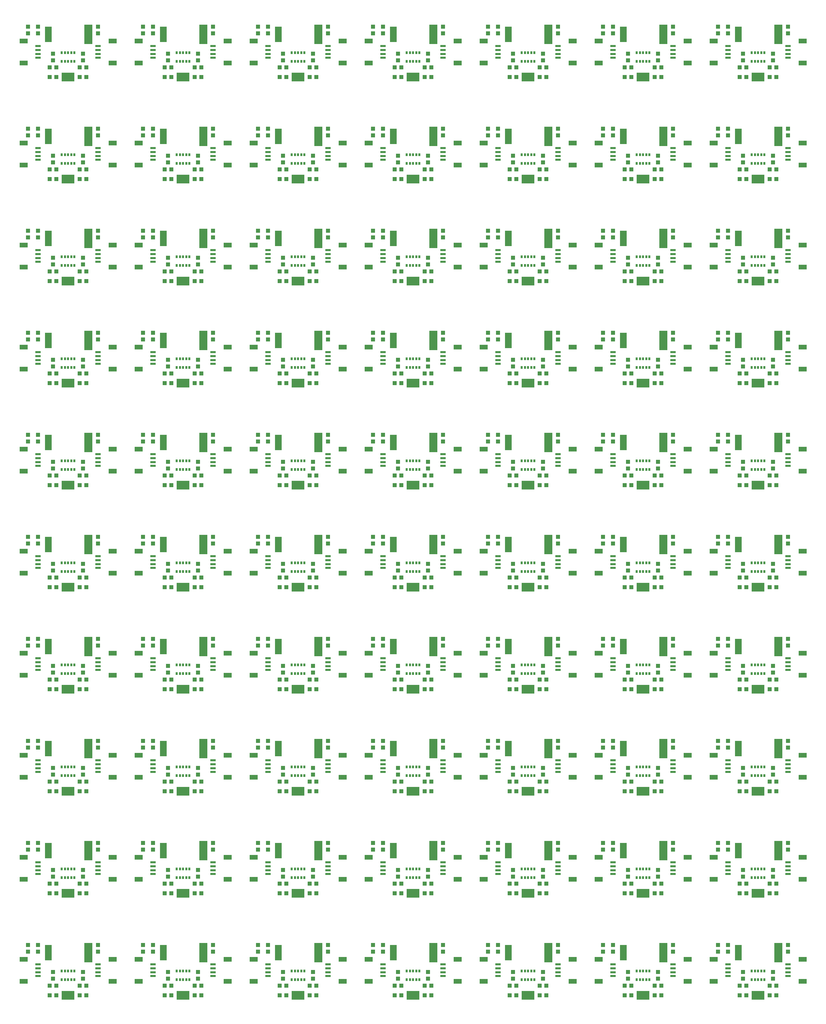
<source format=gtp>
G75*
%MOIN*%
%OFA0B0*%
%FSLAX25Y25*%
%IPPOS*%
%LPD*%
%AMOC8*
5,1,8,0,0,1.08239X$1,22.5*
%
%ADD10R,0.07874X0.04724*%
%ADD11R,0.05315X0.02362*%
%ADD12R,0.04331X0.03937*%
%ADD13R,0.13000X0.08800*%
%ADD14R,0.07874X0.19685*%
%ADD15R,0.06693X0.15748*%
%ADD16R,0.01969X0.03150*%
%ADD17R,0.03937X0.04331*%
D10*
X0047031Y0067476D03*
X0047031Y0089524D03*
X0047031Y0169476D03*
X0047031Y0191524D03*
X0047031Y0271476D03*
X0047031Y0293524D03*
X0047031Y0373476D03*
X0047031Y0395524D03*
X0047031Y0475476D03*
X0047031Y0497524D03*
X0047031Y0577476D03*
X0047031Y0599524D03*
X0047031Y0679476D03*
X0047031Y0701524D03*
X0047031Y0781476D03*
X0047031Y0803524D03*
X0047031Y0883476D03*
X0047031Y0905524D03*
X0047031Y0985476D03*
X0047031Y1007524D03*
X0135969Y1007524D03*
X0135969Y0985476D03*
X0162031Y0985476D03*
X0162031Y1007524D03*
X0162031Y0905524D03*
X0162031Y0883476D03*
X0135969Y0883476D03*
X0135969Y0905524D03*
X0135969Y0803524D03*
X0135969Y0781476D03*
X0162031Y0781476D03*
X0162031Y0803524D03*
X0162031Y0701524D03*
X0162031Y0679476D03*
X0135969Y0679476D03*
X0135969Y0701524D03*
X0135969Y0599524D03*
X0135969Y0577476D03*
X0162031Y0577476D03*
X0162031Y0599524D03*
X0162031Y0497524D03*
X0162031Y0475476D03*
X0135969Y0475476D03*
X0135969Y0497524D03*
X0135969Y0395524D03*
X0135969Y0373476D03*
X0162031Y0373476D03*
X0162031Y0395524D03*
X0162031Y0293524D03*
X0162031Y0271476D03*
X0135969Y0271476D03*
X0135969Y0293524D03*
X0135969Y0191524D03*
X0135969Y0169476D03*
X0162031Y0169476D03*
X0162031Y0191524D03*
X0162031Y0089524D03*
X0162031Y0067476D03*
X0135969Y0067476D03*
X0135969Y0089524D03*
X0250969Y0089524D03*
X0250969Y0067476D03*
X0277031Y0067476D03*
X0277031Y0089524D03*
X0277031Y0169476D03*
X0277031Y0191524D03*
X0250969Y0191524D03*
X0250969Y0169476D03*
X0250969Y0271476D03*
X0250969Y0293524D03*
X0277031Y0293524D03*
X0277031Y0271476D03*
X0277031Y0373476D03*
X0277031Y0395524D03*
X0250969Y0395524D03*
X0250969Y0373476D03*
X0250969Y0475476D03*
X0250969Y0497524D03*
X0277031Y0497524D03*
X0277031Y0475476D03*
X0277031Y0577476D03*
X0277031Y0599524D03*
X0250969Y0599524D03*
X0250969Y0577476D03*
X0250969Y0679476D03*
X0250969Y0701524D03*
X0277031Y0701524D03*
X0277031Y0679476D03*
X0277031Y0781476D03*
X0277031Y0803524D03*
X0250969Y0803524D03*
X0250969Y0781476D03*
X0250969Y0883476D03*
X0250969Y0905524D03*
X0277031Y0905524D03*
X0277031Y0883476D03*
X0277031Y0985476D03*
X0277031Y1007524D03*
X0250969Y1007524D03*
X0250969Y0985476D03*
X0365969Y0985476D03*
X0365969Y1007524D03*
X0392031Y1007524D03*
X0392031Y0985476D03*
X0392031Y0905524D03*
X0392031Y0883476D03*
X0365969Y0883476D03*
X0365969Y0905524D03*
X0365969Y0803524D03*
X0365969Y0781476D03*
X0392031Y0781476D03*
X0392031Y0803524D03*
X0392031Y0701524D03*
X0392031Y0679476D03*
X0365969Y0679476D03*
X0365969Y0701524D03*
X0365969Y0599524D03*
X0365969Y0577476D03*
X0392031Y0577476D03*
X0392031Y0599524D03*
X0392031Y0497524D03*
X0392031Y0475476D03*
X0365969Y0475476D03*
X0365969Y0497524D03*
X0365969Y0395524D03*
X0365969Y0373476D03*
X0392031Y0373476D03*
X0392031Y0395524D03*
X0392031Y0293524D03*
X0392031Y0271476D03*
X0365969Y0271476D03*
X0365969Y0293524D03*
X0365969Y0191524D03*
X0365969Y0169476D03*
X0392031Y0169476D03*
X0392031Y0191524D03*
X0392031Y0089524D03*
X0392031Y0067476D03*
X0365969Y0067476D03*
X0365969Y0089524D03*
X0480969Y0089524D03*
X0480969Y0067476D03*
X0507031Y0067476D03*
X0507031Y0089524D03*
X0507031Y0169476D03*
X0507031Y0191524D03*
X0480969Y0191524D03*
X0480969Y0169476D03*
X0480969Y0271476D03*
X0480969Y0293524D03*
X0507031Y0293524D03*
X0507031Y0271476D03*
X0507031Y0373476D03*
X0507031Y0395524D03*
X0480969Y0395524D03*
X0480969Y0373476D03*
X0480969Y0475476D03*
X0480969Y0497524D03*
X0507031Y0497524D03*
X0507031Y0475476D03*
X0507031Y0577476D03*
X0507031Y0599524D03*
X0480969Y0599524D03*
X0480969Y0577476D03*
X0480969Y0679476D03*
X0480969Y0701524D03*
X0507031Y0701524D03*
X0507031Y0679476D03*
X0507031Y0781476D03*
X0507031Y0803524D03*
X0480969Y0803524D03*
X0480969Y0781476D03*
X0480969Y0883476D03*
X0480969Y0905524D03*
X0507031Y0905524D03*
X0507031Y0883476D03*
X0507031Y0985476D03*
X0507031Y1007524D03*
X0480969Y1007524D03*
X0480969Y0985476D03*
X0595969Y0985476D03*
X0595969Y1007524D03*
X0622031Y1007524D03*
X0622031Y0985476D03*
X0622031Y0905524D03*
X0622031Y0883476D03*
X0595969Y0883476D03*
X0595969Y0905524D03*
X0595969Y0803524D03*
X0595969Y0781476D03*
X0622031Y0781476D03*
X0622031Y0803524D03*
X0622031Y0701524D03*
X0622031Y0679476D03*
X0595969Y0679476D03*
X0595969Y0701524D03*
X0595969Y0599524D03*
X0595969Y0577476D03*
X0622031Y0577476D03*
X0622031Y0599524D03*
X0622031Y0497524D03*
X0622031Y0475476D03*
X0595969Y0475476D03*
X0595969Y0497524D03*
X0595969Y0395524D03*
X0595969Y0373476D03*
X0622031Y0373476D03*
X0622031Y0395524D03*
X0622031Y0293524D03*
X0622031Y0271476D03*
X0595969Y0271476D03*
X0595969Y0293524D03*
X0595969Y0191524D03*
X0595969Y0169476D03*
X0622031Y0169476D03*
X0622031Y0191524D03*
X0622031Y0089524D03*
X0622031Y0067476D03*
X0595969Y0067476D03*
X0595969Y0089524D03*
X0710969Y0089524D03*
X0710969Y0067476D03*
X0737031Y0067476D03*
X0737031Y0089524D03*
X0737031Y0169476D03*
X0737031Y0191524D03*
X0710969Y0191524D03*
X0710969Y0169476D03*
X0710969Y0271476D03*
X0710969Y0293524D03*
X0737031Y0293524D03*
X0737031Y0271476D03*
X0737031Y0373476D03*
X0737031Y0395524D03*
X0710969Y0395524D03*
X0710969Y0373476D03*
X0710969Y0475476D03*
X0710969Y0497524D03*
X0737031Y0497524D03*
X0737031Y0475476D03*
X0737031Y0577476D03*
X0737031Y0599524D03*
X0710969Y0599524D03*
X0710969Y0577476D03*
X0710969Y0679476D03*
X0710969Y0701524D03*
X0737031Y0701524D03*
X0737031Y0679476D03*
X0737031Y0781476D03*
X0737031Y0803524D03*
X0710969Y0803524D03*
X0710969Y0781476D03*
X0710969Y0883476D03*
X0710969Y0905524D03*
X0737031Y0905524D03*
X0737031Y0883476D03*
X0737031Y0985476D03*
X0737031Y1007524D03*
X0710969Y1007524D03*
X0710969Y0985476D03*
X0825969Y0985476D03*
X0825969Y1007524D03*
X0825969Y0905524D03*
X0825969Y0883476D03*
X0825969Y0803524D03*
X0825969Y0781476D03*
X0825969Y0701524D03*
X0825969Y0679476D03*
X0825969Y0599524D03*
X0825969Y0577476D03*
X0825969Y0497524D03*
X0825969Y0475476D03*
X0825969Y0395524D03*
X0825969Y0373476D03*
X0825969Y0293524D03*
X0825969Y0271476D03*
X0825969Y0191524D03*
X0825969Y0169476D03*
X0825969Y0089524D03*
X0825969Y0067476D03*
D11*
X0811500Y0072594D03*
X0811500Y0076531D03*
X0811500Y0080469D03*
X0811500Y0084406D03*
X0751500Y0084406D03*
X0751500Y0080469D03*
X0751500Y0076531D03*
X0751500Y0072594D03*
X0696500Y0072594D03*
X0696500Y0076531D03*
X0696500Y0080469D03*
X0696500Y0084406D03*
X0636500Y0084406D03*
X0636500Y0080469D03*
X0636500Y0076531D03*
X0636500Y0072594D03*
X0581500Y0072594D03*
X0581500Y0076531D03*
X0581500Y0080469D03*
X0581500Y0084406D03*
X0521500Y0084406D03*
X0521500Y0080469D03*
X0521500Y0076531D03*
X0521500Y0072594D03*
X0466500Y0072594D03*
X0466500Y0076531D03*
X0466500Y0080469D03*
X0466500Y0084406D03*
X0406500Y0084406D03*
X0406500Y0080469D03*
X0406500Y0076531D03*
X0406500Y0072594D03*
X0351500Y0072594D03*
X0351500Y0076531D03*
X0351500Y0080469D03*
X0351500Y0084406D03*
X0291500Y0084406D03*
X0291500Y0080469D03*
X0291500Y0076531D03*
X0291500Y0072594D03*
X0236500Y0072594D03*
X0236500Y0076531D03*
X0236500Y0080469D03*
X0236500Y0084406D03*
X0176500Y0084406D03*
X0176500Y0080469D03*
X0176500Y0076531D03*
X0176500Y0072594D03*
X0121500Y0072594D03*
X0121500Y0076531D03*
X0121500Y0080469D03*
X0121500Y0084406D03*
X0061500Y0084406D03*
X0061500Y0080469D03*
X0061500Y0076531D03*
X0061500Y0072594D03*
X0061500Y0174594D03*
X0061500Y0178531D03*
X0061500Y0182469D03*
X0061500Y0186406D03*
X0121500Y0186406D03*
X0121500Y0182469D03*
X0121500Y0178531D03*
X0121500Y0174594D03*
X0176500Y0174594D03*
X0176500Y0178531D03*
X0176500Y0182469D03*
X0176500Y0186406D03*
X0236500Y0186406D03*
X0236500Y0182469D03*
X0236500Y0178531D03*
X0236500Y0174594D03*
X0291500Y0174594D03*
X0291500Y0178531D03*
X0291500Y0182469D03*
X0291500Y0186406D03*
X0351500Y0186406D03*
X0351500Y0182469D03*
X0351500Y0178531D03*
X0351500Y0174594D03*
X0406500Y0174594D03*
X0406500Y0178531D03*
X0406500Y0182469D03*
X0406500Y0186406D03*
X0466500Y0186406D03*
X0466500Y0182469D03*
X0466500Y0178531D03*
X0466500Y0174594D03*
X0521500Y0174594D03*
X0521500Y0178531D03*
X0521500Y0182469D03*
X0521500Y0186406D03*
X0581500Y0186406D03*
X0581500Y0182469D03*
X0581500Y0178531D03*
X0581500Y0174594D03*
X0636500Y0174594D03*
X0636500Y0178531D03*
X0636500Y0182469D03*
X0636500Y0186406D03*
X0696500Y0186406D03*
X0696500Y0182469D03*
X0696500Y0178531D03*
X0696500Y0174594D03*
X0751500Y0174594D03*
X0751500Y0178531D03*
X0751500Y0182469D03*
X0751500Y0186406D03*
X0811500Y0186406D03*
X0811500Y0182469D03*
X0811500Y0178531D03*
X0811500Y0174594D03*
X0811500Y0276594D03*
X0811500Y0280531D03*
X0811500Y0284469D03*
X0811500Y0288406D03*
X0751500Y0288406D03*
X0751500Y0284469D03*
X0751500Y0280531D03*
X0751500Y0276594D03*
X0696500Y0276594D03*
X0696500Y0280531D03*
X0696500Y0284469D03*
X0696500Y0288406D03*
X0636500Y0288406D03*
X0636500Y0284469D03*
X0636500Y0280531D03*
X0636500Y0276594D03*
X0581500Y0276594D03*
X0581500Y0280531D03*
X0581500Y0284469D03*
X0581500Y0288406D03*
X0521500Y0288406D03*
X0521500Y0284469D03*
X0521500Y0280531D03*
X0521500Y0276594D03*
X0466500Y0276594D03*
X0466500Y0280531D03*
X0466500Y0284469D03*
X0466500Y0288406D03*
X0406500Y0288406D03*
X0406500Y0284469D03*
X0406500Y0280531D03*
X0406500Y0276594D03*
X0351500Y0276594D03*
X0351500Y0280531D03*
X0351500Y0284469D03*
X0351500Y0288406D03*
X0291500Y0288406D03*
X0291500Y0284469D03*
X0291500Y0280531D03*
X0291500Y0276594D03*
X0236500Y0276594D03*
X0236500Y0280531D03*
X0236500Y0284469D03*
X0236500Y0288406D03*
X0176500Y0288406D03*
X0176500Y0284469D03*
X0176500Y0280531D03*
X0176500Y0276594D03*
X0121500Y0276594D03*
X0121500Y0280531D03*
X0121500Y0284469D03*
X0121500Y0288406D03*
X0061500Y0288406D03*
X0061500Y0284469D03*
X0061500Y0280531D03*
X0061500Y0276594D03*
X0061500Y0378594D03*
X0061500Y0382531D03*
X0061500Y0386469D03*
X0061500Y0390406D03*
X0121500Y0390406D03*
X0121500Y0386469D03*
X0121500Y0382531D03*
X0121500Y0378594D03*
X0176500Y0378594D03*
X0176500Y0382531D03*
X0176500Y0386469D03*
X0176500Y0390406D03*
X0236500Y0390406D03*
X0236500Y0386469D03*
X0236500Y0382531D03*
X0236500Y0378594D03*
X0291500Y0378594D03*
X0291500Y0382531D03*
X0291500Y0386469D03*
X0291500Y0390406D03*
X0351500Y0390406D03*
X0351500Y0386469D03*
X0351500Y0382531D03*
X0351500Y0378594D03*
X0406500Y0378594D03*
X0406500Y0382531D03*
X0406500Y0386469D03*
X0406500Y0390406D03*
X0466500Y0390406D03*
X0466500Y0386469D03*
X0466500Y0382531D03*
X0466500Y0378594D03*
X0521500Y0378594D03*
X0521500Y0382531D03*
X0521500Y0386469D03*
X0521500Y0390406D03*
X0581500Y0390406D03*
X0581500Y0386469D03*
X0581500Y0382531D03*
X0581500Y0378594D03*
X0636500Y0378594D03*
X0636500Y0382531D03*
X0636500Y0386469D03*
X0636500Y0390406D03*
X0696500Y0390406D03*
X0696500Y0386469D03*
X0696500Y0382531D03*
X0696500Y0378594D03*
X0751500Y0378594D03*
X0751500Y0382531D03*
X0751500Y0386469D03*
X0751500Y0390406D03*
X0811500Y0390406D03*
X0811500Y0386469D03*
X0811500Y0382531D03*
X0811500Y0378594D03*
X0811500Y0480594D03*
X0811500Y0484531D03*
X0811500Y0488469D03*
X0811500Y0492406D03*
X0751500Y0492406D03*
X0751500Y0488469D03*
X0751500Y0484531D03*
X0751500Y0480594D03*
X0696500Y0480594D03*
X0696500Y0484531D03*
X0696500Y0488469D03*
X0696500Y0492406D03*
X0636500Y0492406D03*
X0636500Y0488469D03*
X0636500Y0484531D03*
X0636500Y0480594D03*
X0581500Y0480594D03*
X0581500Y0484531D03*
X0581500Y0488469D03*
X0581500Y0492406D03*
X0521500Y0492406D03*
X0521500Y0488469D03*
X0521500Y0484531D03*
X0521500Y0480594D03*
X0466500Y0480594D03*
X0466500Y0484531D03*
X0466500Y0488469D03*
X0466500Y0492406D03*
X0406500Y0492406D03*
X0406500Y0488469D03*
X0406500Y0484531D03*
X0406500Y0480594D03*
X0351500Y0480594D03*
X0351500Y0484531D03*
X0351500Y0488469D03*
X0351500Y0492406D03*
X0291500Y0492406D03*
X0291500Y0488469D03*
X0291500Y0484531D03*
X0291500Y0480594D03*
X0236500Y0480594D03*
X0236500Y0484531D03*
X0236500Y0488469D03*
X0236500Y0492406D03*
X0176500Y0492406D03*
X0176500Y0488469D03*
X0176500Y0484531D03*
X0176500Y0480594D03*
X0121500Y0480594D03*
X0121500Y0484531D03*
X0121500Y0488469D03*
X0121500Y0492406D03*
X0061500Y0492406D03*
X0061500Y0488469D03*
X0061500Y0484531D03*
X0061500Y0480594D03*
X0061500Y0582594D03*
X0061500Y0586531D03*
X0061500Y0590469D03*
X0061500Y0594406D03*
X0121500Y0594406D03*
X0121500Y0590469D03*
X0121500Y0586531D03*
X0121500Y0582594D03*
X0176500Y0582594D03*
X0176500Y0586531D03*
X0176500Y0590469D03*
X0176500Y0594406D03*
X0236500Y0594406D03*
X0236500Y0590469D03*
X0236500Y0586531D03*
X0236500Y0582594D03*
X0291500Y0582594D03*
X0291500Y0586531D03*
X0291500Y0590469D03*
X0291500Y0594406D03*
X0351500Y0594406D03*
X0351500Y0590469D03*
X0351500Y0586531D03*
X0351500Y0582594D03*
X0406500Y0582594D03*
X0406500Y0586531D03*
X0406500Y0590469D03*
X0406500Y0594406D03*
X0466500Y0594406D03*
X0466500Y0590469D03*
X0466500Y0586531D03*
X0466500Y0582594D03*
X0521500Y0582594D03*
X0521500Y0586531D03*
X0521500Y0590469D03*
X0521500Y0594406D03*
X0581500Y0594406D03*
X0581500Y0590469D03*
X0581500Y0586531D03*
X0581500Y0582594D03*
X0636500Y0582594D03*
X0636500Y0586531D03*
X0636500Y0590469D03*
X0636500Y0594406D03*
X0696500Y0594406D03*
X0696500Y0590469D03*
X0696500Y0586531D03*
X0696500Y0582594D03*
X0751500Y0582594D03*
X0751500Y0586531D03*
X0751500Y0590469D03*
X0751500Y0594406D03*
X0811500Y0594406D03*
X0811500Y0590469D03*
X0811500Y0586531D03*
X0811500Y0582594D03*
X0811500Y0684594D03*
X0811500Y0688531D03*
X0811500Y0692469D03*
X0811500Y0696406D03*
X0751500Y0696406D03*
X0751500Y0692469D03*
X0751500Y0688531D03*
X0751500Y0684594D03*
X0696500Y0684594D03*
X0696500Y0688531D03*
X0696500Y0692469D03*
X0696500Y0696406D03*
X0636500Y0696406D03*
X0636500Y0692469D03*
X0636500Y0688531D03*
X0636500Y0684594D03*
X0581500Y0684594D03*
X0581500Y0688531D03*
X0581500Y0692469D03*
X0581500Y0696406D03*
X0521500Y0696406D03*
X0521500Y0692469D03*
X0521500Y0688531D03*
X0521500Y0684594D03*
X0466500Y0684594D03*
X0466500Y0688531D03*
X0466500Y0692469D03*
X0466500Y0696406D03*
X0406500Y0696406D03*
X0406500Y0692469D03*
X0406500Y0688531D03*
X0406500Y0684594D03*
X0351500Y0684594D03*
X0351500Y0688531D03*
X0351500Y0692469D03*
X0351500Y0696406D03*
X0291500Y0696406D03*
X0291500Y0692469D03*
X0291500Y0688531D03*
X0291500Y0684594D03*
X0236500Y0684594D03*
X0236500Y0688531D03*
X0236500Y0692469D03*
X0236500Y0696406D03*
X0176500Y0696406D03*
X0176500Y0692469D03*
X0176500Y0688531D03*
X0176500Y0684594D03*
X0121500Y0684594D03*
X0121500Y0688531D03*
X0121500Y0692469D03*
X0121500Y0696406D03*
X0061500Y0696406D03*
X0061500Y0692469D03*
X0061500Y0688531D03*
X0061500Y0684594D03*
X0061500Y0786594D03*
X0061500Y0790531D03*
X0061500Y0794469D03*
X0061500Y0798406D03*
X0121500Y0798406D03*
X0121500Y0794469D03*
X0121500Y0790531D03*
X0121500Y0786594D03*
X0176500Y0786594D03*
X0176500Y0790531D03*
X0176500Y0794469D03*
X0176500Y0798406D03*
X0236500Y0798406D03*
X0236500Y0794469D03*
X0236500Y0790531D03*
X0236500Y0786594D03*
X0291500Y0786594D03*
X0291500Y0790531D03*
X0291500Y0794469D03*
X0291500Y0798406D03*
X0351500Y0798406D03*
X0351500Y0794469D03*
X0351500Y0790531D03*
X0351500Y0786594D03*
X0406500Y0786594D03*
X0406500Y0790531D03*
X0406500Y0794469D03*
X0406500Y0798406D03*
X0466500Y0798406D03*
X0466500Y0794469D03*
X0466500Y0790531D03*
X0466500Y0786594D03*
X0521500Y0786594D03*
X0521500Y0790531D03*
X0521500Y0794469D03*
X0521500Y0798406D03*
X0581500Y0798406D03*
X0581500Y0794469D03*
X0581500Y0790531D03*
X0581500Y0786594D03*
X0636500Y0786594D03*
X0636500Y0790531D03*
X0636500Y0794469D03*
X0636500Y0798406D03*
X0696500Y0798406D03*
X0696500Y0794469D03*
X0696500Y0790531D03*
X0696500Y0786594D03*
X0751500Y0786594D03*
X0751500Y0790531D03*
X0751500Y0794469D03*
X0751500Y0798406D03*
X0811500Y0798406D03*
X0811500Y0794469D03*
X0811500Y0790531D03*
X0811500Y0786594D03*
X0811500Y0888594D03*
X0811500Y0892531D03*
X0811500Y0896469D03*
X0811500Y0900406D03*
X0751500Y0900406D03*
X0751500Y0896469D03*
X0751500Y0892531D03*
X0751500Y0888594D03*
X0696500Y0888594D03*
X0696500Y0892531D03*
X0696500Y0896469D03*
X0696500Y0900406D03*
X0636500Y0900406D03*
X0636500Y0896469D03*
X0636500Y0892531D03*
X0636500Y0888594D03*
X0581500Y0888594D03*
X0581500Y0892531D03*
X0581500Y0896469D03*
X0581500Y0900406D03*
X0521500Y0900406D03*
X0521500Y0896469D03*
X0521500Y0892531D03*
X0521500Y0888594D03*
X0466500Y0888594D03*
X0466500Y0892531D03*
X0466500Y0896469D03*
X0466500Y0900406D03*
X0406500Y0900406D03*
X0406500Y0896469D03*
X0406500Y0892531D03*
X0406500Y0888594D03*
X0351500Y0888594D03*
X0351500Y0892531D03*
X0351500Y0896469D03*
X0351500Y0900406D03*
X0291500Y0900406D03*
X0291500Y0896469D03*
X0291500Y0892531D03*
X0291500Y0888594D03*
X0236500Y0888594D03*
X0236500Y0892531D03*
X0236500Y0896469D03*
X0236500Y0900406D03*
X0176500Y0900406D03*
X0176500Y0896469D03*
X0176500Y0892531D03*
X0176500Y0888594D03*
X0121500Y0888594D03*
X0121500Y0892531D03*
X0121500Y0896469D03*
X0121500Y0900406D03*
X0061500Y0900406D03*
X0061500Y0896469D03*
X0061500Y0892531D03*
X0061500Y0888594D03*
X0061500Y0990594D03*
X0061500Y0994531D03*
X0061500Y0998469D03*
X0061500Y1002406D03*
X0121500Y1002406D03*
X0121500Y0998469D03*
X0121500Y0994531D03*
X0121500Y0990594D03*
X0176500Y0990594D03*
X0176500Y0994531D03*
X0176500Y0998469D03*
X0176500Y1002406D03*
X0236500Y1002406D03*
X0236500Y0998469D03*
X0236500Y0994531D03*
X0236500Y0990594D03*
X0291500Y0990594D03*
X0291500Y0994531D03*
X0291500Y0998469D03*
X0291500Y1002406D03*
X0351500Y1002406D03*
X0351500Y0998469D03*
X0351500Y0994531D03*
X0351500Y0990594D03*
X0406500Y0990594D03*
X0406500Y0994531D03*
X0406500Y0998469D03*
X0406500Y1002406D03*
X0466500Y1002406D03*
X0466500Y0998469D03*
X0466500Y0994531D03*
X0466500Y0990594D03*
X0521500Y0990594D03*
X0521500Y0994531D03*
X0521500Y0998469D03*
X0521500Y1002406D03*
X0581500Y1002406D03*
X0581500Y0998469D03*
X0581500Y0994531D03*
X0581500Y0990594D03*
X0636500Y0990594D03*
X0636500Y0994531D03*
X0636500Y0998469D03*
X0636500Y1002406D03*
X0696500Y1002406D03*
X0696500Y0998469D03*
X0696500Y0994531D03*
X0696500Y0990594D03*
X0751500Y0990594D03*
X0751500Y0994531D03*
X0751500Y0998469D03*
X0751500Y1002406D03*
X0811500Y1002406D03*
X0811500Y0998469D03*
X0811500Y0994531D03*
X0811500Y0990594D03*
D12*
X0799846Y0981000D03*
X0793154Y0981000D03*
X0793154Y0971500D03*
X0799846Y0971500D03*
X0769846Y0971500D03*
X0763154Y0971500D03*
X0763154Y0981000D03*
X0769846Y0981000D03*
X0684846Y0981000D03*
X0678154Y0981000D03*
X0678154Y0971500D03*
X0684846Y0971500D03*
X0654846Y0971500D03*
X0648154Y0971500D03*
X0648154Y0981000D03*
X0654846Y0981000D03*
X0569846Y0981000D03*
X0563154Y0981000D03*
X0563154Y0971500D03*
X0569846Y0971500D03*
X0539846Y0971500D03*
X0533154Y0971500D03*
X0533154Y0981000D03*
X0539846Y0981000D03*
X0454846Y0981000D03*
X0448154Y0981000D03*
X0448154Y0971500D03*
X0454846Y0971500D03*
X0424846Y0971500D03*
X0418154Y0971500D03*
X0418154Y0981000D03*
X0424846Y0981000D03*
X0339846Y0981000D03*
X0333154Y0981000D03*
X0333154Y0971500D03*
X0339846Y0971500D03*
X0309846Y0971500D03*
X0303154Y0971500D03*
X0303154Y0981000D03*
X0309846Y0981000D03*
X0224846Y0981000D03*
X0218154Y0981000D03*
X0218154Y0971500D03*
X0224846Y0971500D03*
X0194846Y0971500D03*
X0188154Y0971500D03*
X0188154Y0981000D03*
X0194846Y0981000D03*
X0109846Y0981000D03*
X0103154Y0981000D03*
X0103154Y0971500D03*
X0109846Y0971500D03*
X0079846Y0971500D03*
X0073154Y0971500D03*
X0073154Y0981000D03*
X0079846Y0981000D03*
X0079846Y0879000D03*
X0073154Y0879000D03*
X0073154Y0869500D03*
X0079846Y0869500D03*
X0103154Y0869500D03*
X0109846Y0869500D03*
X0109846Y0879000D03*
X0103154Y0879000D03*
X0103154Y0777000D03*
X0109846Y0777000D03*
X0109846Y0767500D03*
X0103154Y0767500D03*
X0079846Y0767500D03*
X0073154Y0767500D03*
X0073154Y0777000D03*
X0079846Y0777000D03*
X0079846Y0675000D03*
X0073154Y0675000D03*
X0073154Y0665500D03*
X0079846Y0665500D03*
X0103154Y0665500D03*
X0109846Y0665500D03*
X0109846Y0675000D03*
X0103154Y0675000D03*
X0103154Y0573000D03*
X0109846Y0573000D03*
X0109846Y0563500D03*
X0103154Y0563500D03*
X0079846Y0563500D03*
X0073154Y0563500D03*
X0073154Y0573000D03*
X0079846Y0573000D03*
X0079846Y0471000D03*
X0073154Y0471000D03*
X0073154Y0461500D03*
X0079846Y0461500D03*
X0103154Y0461500D03*
X0109846Y0461500D03*
X0109846Y0471000D03*
X0103154Y0471000D03*
X0103154Y0369000D03*
X0109846Y0369000D03*
X0109846Y0359500D03*
X0103154Y0359500D03*
X0079846Y0359500D03*
X0073154Y0359500D03*
X0073154Y0369000D03*
X0079846Y0369000D03*
X0079846Y0267000D03*
X0073154Y0267000D03*
X0073154Y0257500D03*
X0079846Y0257500D03*
X0103154Y0257500D03*
X0109846Y0257500D03*
X0109846Y0267000D03*
X0103154Y0267000D03*
X0103154Y0165000D03*
X0109846Y0165000D03*
X0109846Y0155500D03*
X0103154Y0155500D03*
X0079846Y0155500D03*
X0073154Y0155500D03*
X0073154Y0165000D03*
X0079846Y0165000D03*
X0079846Y0063000D03*
X0073154Y0063000D03*
X0073154Y0053500D03*
X0079846Y0053500D03*
X0103154Y0053500D03*
X0109846Y0053500D03*
X0109846Y0063000D03*
X0103154Y0063000D03*
X0188154Y0063000D03*
X0194846Y0063000D03*
X0194846Y0053500D03*
X0188154Y0053500D03*
X0218154Y0053500D03*
X0224846Y0053500D03*
X0224846Y0063000D03*
X0218154Y0063000D03*
X0218154Y0155500D03*
X0224846Y0155500D03*
X0224846Y0165000D03*
X0218154Y0165000D03*
X0194846Y0165000D03*
X0188154Y0165000D03*
X0188154Y0155500D03*
X0194846Y0155500D03*
X0194846Y0257500D03*
X0188154Y0257500D03*
X0188154Y0267000D03*
X0194846Y0267000D03*
X0218154Y0267000D03*
X0224846Y0267000D03*
X0224846Y0257500D03*
X0218154Y0257500D03*
X0303154Y0257500D03*
X0309846Y0257500D03*
X0309846Y0267000D03*
X0303154Y0267000D03*
X0333154Y0267000D03*
X0339846Y0267000D03*
X0339846Y0257500D03*
X0333154Y0257500D03*
X0333154Y0165000D03*
X0339846Y0165000D03*
X0339846Y0155500D03*
X0333154Y0155500D03*
X0309846Y0155500D03*
X0303154Y0155500D03*
X0303154Y0165000D03*
X0309846Y0165000D03*
X0309846Y0063000D03*
X0303154Y0063000D03*
X0303154Y0053500D03*
X0309846Y0053500D03*
X0333154Y0053500D03*
X0339846Y0053500D03*
X0339846Y0063000D03*
X0333154Y0063000D03*
X0418154Y0063000D03*
X0424846Y0063000D03*
X0424846Y0053500D03*
X0418154Y0053500D03*
X0448154Y0053500D03*
X0454846Y0053500D03*
X0454846Y0063000D03*
X0448154Y0063000D03*
X0448154Y0155500D03*
X0454846Y0155500D03*
X0454846Y0165000D03*
X0448154Y0165000D03*
X0424846Y0165000D03*
X0418154Y0165000D03*
X0418154Y0155500D03*
X0424846Y0155500D03*
X0424846Y0257500D03*
X0418154Y0257500D03*
X0418154Y0267000D03*
X0424846Y0267000D03*
X0448154Y0267000D03*
X0454846Y0267000D03*
X0454846Y0257500D03*
X0448154Y0257500D03*
X0533154Y0257500D03*
X0539846Y0257500D03*
X0539846Y0267000D03*
X0533154Y0267000D03*
X0563154Y0267000D03*
X0569846Y0267000D03*
X0569846Y0257500D03*
X0563154Y0257500D03*
X0563154Y0165000D03*
X0569846Y0165000D03*
X0569846Y0155500D03*
X0563154Y0155500D03*
X0539846Y0155500D03*
X0533154Y0155500D03*
X0533154Y0165000D03*
X0539846Y0165000D03*
X0539846Y0063000D03*
X0533154Y0063000D03*
X0533154Y0053500D03*
X0539846Y0053500D03*
X0563154Y0053500D03*
X0569846Y0053500D03*
X0569846Y0063000D03*
X0563154Y0063000D03*
X0648154Y0063000D03*
X0654846Y0063000D03*
X0654846Y0053500D03*
X0648154Y0053500D03*
X0678154Y0053500D03*
X0684846Y0053500D03*
X0684846Y0063000D03*
X0678154Y0063000D03*
X0678154Y0155500D03*
X0684846Y0155500D03*
X0684846Y0165000D03*
X0678154Y0165000D03*
X0654846Y0165000D03*
X0648154Y0165000D03*
X0648154Y0155500D03*
X0654846Y0155500D03*
X0654846Y0257500D03*
X0648154Y0257500D03*
X0648154Y0267000D03*
X0654846Y0267000D03*
X0678154Y0267000D03*
X0684846Y0267000D03*
X0684846Y0257500D03*
X0678154Y0257500D03*
X0763154Y0257500D03*
X0769846Y0257500D03*
X0769846Y0267000D03*
X0763154Y0267000D03*
X0793154Y0267000D03*
X0799846Y0267000D03*
X0799846Y0257500D03*
X0793154Y0257500D03*
X0793154Y0165000D03*
X0799846Y0165000D03*
X0799846Y0155500D03*
X0793154Y0155500D03*
X0769846Y0155500D03*
X0763154Y0155500D03*
X0763154Y0165000D03*
X0769846Y0165000D03*
X0769846Y0063000D03*
X0763154Y0063000D03*
X0763154Y0053500D03*
X0769846Y0053500D03*
X0793154Y0053500D03*
X0799846Y0053500D03*
X0799846Y0063000D03*
X0793154Y0063000D03*
X0793154Y0359500D03*
X0799846Y0359500D03*
X0799846Y0369000D03*
X0793154Y0369000D03*
X0769846Y0369000D03*
X0763154Y0369000D03*
X0763154Y0359500D03*
X0769846Y0359500D03*
X0769846Y0461500D03*
X0763154Y0461500D03*
X0763154Y0471000D03*
X0769846Y0471000D03*
X0793154Y0471000D03*
X0799846Y0471000D03*
X0799846Y0461500D03*
X0793154Y0461500D03*
X0793154Y0563500D03*
X0799846Y0563500D03*
X0799846Y0573000D03*
X0793154Y0573000D03*
X0769846Y0573000D03*
X0763154Y0573000D03*
X0763154Y0563500D03*
X0769846Y0563500D03*
X0769846Y0665500D03*
X0763154Y0665500D03*
X0763154Y0675000D03*
X0769846Y0675000D03*
X0793154Y0675000D03*
X0799846Y0675000D03*
X0799846Y0665500D03*
X0793154Y0665500D03*
X0793154Y0767500D03*
X0799846Y0767500D03*
X0799846Y0777000D03*
X0793154Y0777000D03*
X0769846Y0777000D03*
X0763154Y0777000D03*
X0763154Y0767500D03*
X0769846Y0767500D03*
X0769846Y0869500D03*
X0763154Y0869500D03*
X0763154Y0879000D03*
X0769846Y0879000D03*
X0793154Y0879000D03*
X0799846Y0879000D03*
X0799846Y0869500D03*
X0793154Y0869500D03*
X0684846Y0869500D03*
X0678154Y0869500D03*
X0678154Y0879000D03*
X0684846Y0879000D03*
X0654846Y0879000D03*
X0648154Y0879000D03*
X0648154Y0869500D03*
X0654846Y0869500D03*
X0654846Y0777000D03*
X0648154Y0777000D03*
X0648154Y0767500D03*
X0654846Y0767500D03*
X0678154Y0767500D03*
X0684846Y0767500D03*
X0684846Y0777000D03*
X0678154Y0777000D03*
X0678154Y0675000D03*
X0684846Y0675000D03*
X0684846Y0665500D03*
X0678154Y0665500D03*
X0654846Y0665500D03*
X0648154Y0665500D03*
X0648154Y0675000D03*
X0654846Y0675000D03*
X0654846Y0573000D03*
X0648154Y0573000D03*
X0648154Y0563500D03*
X0654846Y0563500D03*
X0678154Y0563500D03*
X0684846Y0563500D03*
X0684846Y0573000D03*
X0678154Y0573000D03*
X0678154Y0471000D03*
X0684846Y0471000D03*
X0684846Y0461500D03*
X0678154Y0461500D03*
X0654846Y0461500D03*
X0648154Y0461500D03*
X0648154Y0471000D03*
X0654846Y0471000D03*
X0654846Y0369000D03*
X0648154Y0369000D03*
X0648154Y0359500D03*
X0654846Y0359500D03*
X0678154Y0359500D03*
X0684846Y0359500D03*
X0684846Y0369000D03*
X0678154Y0369000D03*
X0569846Y0369000D03*
X0563154Y0369000D03*
X0563154Y0359500D03*
X0569846Y0359500D03*
X0539846Y0359500D03*
X0533154Y0359500D03*
X0533154Y0369000D03*
X0539846Y0369000D03*
X0539846Y0461500D03*
X0533154Y0461500D03*
X0533154Y0471000D03*
X0539846Y0471000D03*
X0563154Y0471000D03*
X0569846Y0471000D03*
X0569846Y0461500D03*
X0563154Y0461500D03*
X0563154Y0563500D03*
X0569846Y0563500D03*
X0569846Y0573000D03*
X0563154Y0573000D03*
X0539846Y0573000D03*
X0533154Y0573000D03*
X0533154Y0563500D03*
X0539846Y0563500D03*
X0454846Y0563500D03*
X0448154Y0563500D03*
X0448154Y0573000D03*
X0454846Y0573000D03*
X0424846Y0573000D03*
X0418154Y0573000D03*
X0418154Y0563500D03*
X0424846Y0563500D03*
X0424846Y0471000D03*
X0418154Y0471000D03*
X0418154Y0461500D03*
X0424846Y0461500D03*
X0448154Y0461500D03*
X0454846Y0461500D03*
X0454846Y0471000D03*
X0448154Y0471000D03*
X0448154Y0369000D03*
X0454846Y0369000D03*
X0454846Y0359500D03*
X0448154Y0359500D03*
X0424846Y0359500D03*
X0418154Y0359500D03*
X0418154Y0369000D03*
X0424846Y0369000D03*
X0339846Y0369000D03*
X0333154Y0369000D03*
X0333154Y0359500D03*
X0339846Y0359500D03*
X0309846Y0359500D03*
X0303154Y0359500D03*
X0303154Y0369000D03*
X0309846Y0369000D03*
X0309846Y0461500D03*
X0303154Y0461500D03*
X0303154Y0471000D03*
X0309846Y0471000D03*
X0333154Y0471000D03*
X0339846Y0471000D03*
X0339846Y0461500D03*
X0333154Y0461500D03*
X0333154Y0563500D03*
X0339846Y0563500D03*
X0339846Y0573000D03*
X0333154Y0573000D03*
X0309846Y0573000D03*
X0303154Y0573000D03*
X0303154Y0563500D03*
X0309846Y0563500D03*
X0309846Y0665500D03*
X0303154Y0665500D03*
X0303154Y0675000D03*
X0309846Y0675000D03*
X0333154Y0675000D03*
X0339846Y0675000D03*
X0339846Y0665500D03*
X0333154Y0665500D03*
X0418154Y0665500D03*
X0424846Y0665500D03*
X0424846Y0675000D03*
X0418154Y0675000D03*
X0448154Y0675000D03*
X0454846Y0675000D03*
X0454846Y0665500D03*
X0448154Y0665500D03*
X0533154Y0665500D03*
X0539846Y0665500D03*
X0539846Y0675000D03*
X0533154Y0675000D03*
X0563154Y0675000D03*
X0569846Y0675000D03*
X0569846Y0665500D03*
X0563154Y0665500D03*
X0563154Y0767500D03*
X0569846Y0767500D03*
X0569846Y0777000D03*
X0563154Y0777000D03*
X0539846Y0777000D03*
X0533154Y0777000D03*
X0533154Y0767500D03*
X0539846Y0767500D03*
X0454846Y0767500D03*
X0448154Y0767500D03*
X0448154Y0777000D03*
X0454846Y0777000D03*
X0424846Y0777000D03*
X0418154Y0777000D03*
X0418154Y0767500D03*
X0424846Y0767500D03*
X0424846Y0869500D03*
X0418154Y0869500D03*
X0418154Y0879000D03*
X0424846Y0879000D03*
X0448154Y0879000D03*
X0454846Y0879000D03*
X0454846Y0869500D03*
X0448154Y0869500D03*
X0533154Y0869500D03*
X0539846Y0869500D03*
X0539846Y0879000D03*
X0533154Y0879000D03*
X0563154Y0879000D03*
X0569846Y0879000D03*
X0569846Y0869500D03*
X0563154Y0869500D03*
X0339846Y0869500D03*
X0333154Y0869500D03*
X0333154Y0879000D03*
X0339846Y0879000D03*
X0309846Y0879000D03*
X0303154Y0879000D03*
X0303154Y0869500D03*
X0309846Y0869500D03*
X0309846Y0777000D03*
X0303154Y0777000D03*
X0303154Y0767500D03*
X0309846Y0767500D03*
X0333154Y0767500D03*
X0339846Y0767500D03*
X0339846Y0777000D03*
X0333154Y0777000D03*
X0224846Y0777000D03*
X0218154Y0777000D03*
X0218154Y0767500D03*
X0224846Y0767500D03*
X0194846Y0767500D03*
X0188154Y0767500D03*
X0188154Y0777000D03*
X0194846Y0777000D03*
X0194846Y0869500D03*
X0188154Y0869500D03*
X0188154Y0879000D03*
X0194846Y0879000D03*
X0218154Y0879000D03*
X0224846Y0879000D03*
X0224846Y0869500D03*
X0218154Y0869500D03*
X0218154Y0675000D03*
X0224846Y0675000D03*
X0224846Y0665500D03*
X0218154Y0665500D03*
X0194846Y0665500D03*
X0188154Y0665500D03*
X0188154Y0675000D03*
X0194846Y0675000D03*
X0194846Y0573000D03*
X0188154Y0573000D03*
X0188154Y0563500D03*
X0194846Y0563500D03*
X0218154Y0563500D03*
X0224846Y0563500D03*
X0224846Y0573000D03*
X0218154Y0573000D03*
X0218154Y0471000D03*
X0224846Y0471000D03*
X0224846Y0461500D03*
X0218154Y0461500D03*
X0194846Y0461500D03*
X0188154Y0461500D03*
X0188154Y0471000D03*
X0194846Y0471000D03*
X0194846Y0369000D03*
X0188154Y0369000D03*
X0188154Y0359500D03*
X0194846Y0359500D03*
X0218154Y0359500D03*
X0224846Y0359500D03*
X0224846Y0369000D03*
X0218154Y0369000D03*
D13*
X0206500Y0359500D03*
X0206500Y0461500D03*
X0206500Y0563500D03*
X0206500Y0665500D03*
X0206500Y0767500D03*
X0206500Y0869500D03*
X0206500Y0971500D03*
X0091500Y0971500D03*
X0091500Y0869500D03*
X0091500Y0767500D03*
X0091500Y0665500D03*
X0091500Y0563500D03*
X0091500Y0461500D03*
X0091500Y0359500D03*
X0091500Y0257500D03*
X0091500Y0155500D03*
X0091500Y0053500D03*
X0206500Y0053500D03*
X0206500Y0155500D03*
X0206500Y0257500D03*
X0321500Y0257500D03*
X0321500Y0155500D03*
X0321500Y0053500D03*
X0436500Y0053500D03*
X0436500Y0155500D03*
X0436500Y0257500D03*
X0436500Y0359500D03*
X0436500Y0461500D03*
X0436500Y0563500D03*
X0436500Y0665500D03*
X0436500Y0767500D03*
X0436500Y0869500D03*
X0436500Y0971500D03*
X0551500Y0971500D03*
X0551500Y0869500D03*
X0551500Y0767500D03*
X0551500Y0665500D03*
X0551500Y0563500D03*
X0551500Y0461500D03*
X0551500Y0359500D03*
X0551500Y0257500D03*
X0551500Y0155500D03*
X0551500Y0053500D03*
X0666500Y0053500D03*
X0666500Y0155500D03*
X0666500Y0257500D03*
X0666500Y0359500D03*
X0666500Y0461500D03*
X0666500Y0563500D03*
X0666500Y0665500D03*
X0666500Y0767500D03*
X0666500Y0869500D03*
X0666500Y0971500D03*
X0781500Y0971500D03*
X0781500Y0869500D03*
X0781500Y0767500D03*
X0781500Y0665500D03*
X0781500Y0563500D03*
X0781500Y0461500D03*
X0781500Y0359500D03*
X0781500Y0257500D03*
X0781500Y0155500D03*
X0781500Y0053500D03*
X0321500Y0359500D03*
X0321500Y0461500D03*
X0321500Y0563500D03*
X0321500Y0665500D03*
X0321500Y0767500D03*
X0321500Y0869500D03*
X0321500Y0971500D03*
D14*
X0341776Y1014000D03*
X0341776Y0912000D03*
X0341776Y0810000D03*
X0341776Y0708000D03*
X0341776Y0606000D03*
X0341776Y0504000D03*
X0341776Y0402000D03*
X0341776Y0300000D03*
X0341776Y0198000D03*
X0341776Y0096000D03*
X0456776Y0096000D03*
X0456776Y0198000D03*
X0456776Y0300000D03*
X0456776Y0402000D03*
X0456776Y0504000D03*
X0456776Y0606000D03*
X0456776Y0708000D03*
X0456776Y0810000D03*
X0456776Y0912000D03*
X0456776Y1014000D03*
X0571776Y1014000D03*
X0571776Y0912000D03*
X0571776Y0810000D03*
X0571776Y0708000D03*
X0571776Y0606000D03*
X0571776Y0504000D03*
X0571776Y0402000D03*
X0571776Y0300000D03*
X0571776Y0198000D03*
X0571776Y0096000D03*
X0686776Y0096000D03*
X0686776Y0198000D03*
X0686776Y0300000D03*
X0686776Y0402000D03*
X0686776Y0504000D03*
X0686776Y0606000D03*
X0686776Y0708000D03*
X0686776Y0810000D03*
X0686776Y0912000D03*
X0686776Y1014000D03*
X0801776Y1014000D03*
X0801776Y0912000D03*
X0801776Y0810000D03*
X0801776Y0708000D03*
X0801776Y0606000D03*
X0801776Y0504000D03*
X0801776Y0402000D03*
X0801776Y0300000D03*
X0801776Y0198000D03*
X0801776Y0096000D03*
X0226776Y0096000D03*
X0226776Y0198000D03*
X0226776Y0300000D03*
X0226776Y0402000D03*
X0226776Y0504000D03*
X0226776Y0606000D03*
X0226776Y0708000D03*
X0226776Y0810000D03*
X0226776Y0912000D03*
X0226776Y1014000D03*
X0111776Y1014000D03*
X0111776Y0912000D03*
X0111776Y0810000D03*
X0111776Y0708000D03*
X0111776Y0606000D03*
X0111776Y0504000D03*
X0111776Y0402000D03*
X0111776Y0300000D03*
X0111776Y0198000D03*
X0111776Y0096000D03*
D15*
X0071815Y0096000D03*
X0071815Y0198000D03*
X0071815Y0300000D03*
X0071815Y0402000D03*
X0071815Y0504000D03*
X0071815Y0606000D03*
X0071815Y0708000D03*
X0071815Y0810000D03*
X0071815Y0912000D03*
X0071815Y1014000D03*
X0186815Y1014000D03*
X0186815Y0912000D03*
X0186815Y0810000D03*
X0186815Y0708000D03*
X0186815Y0606000D03*
X0186815Y0504000D03*
X0186815Y0402000D03*
X0186815Y0300000D03*
X0186815Y0198000D03*
X0186815Y0096000D03*
X0301815Y0096000D03*
X0301815Y0198000D03*
X0301815Y0300000D03*
X0301815Y0402000D03*
X0301815Y0504000D03*
X0301815Y0606000D03*
X0301815Y0708000D03*
X0301815Y0810000D03*
X0301815Y0912000D03*
X0301815Y1014000D03*
X0416815Y1014000D03*
X0416815Y0912000D03*
X0416815Y0810000D03*
X0416815Y0708000D03*
X0416815Y0606000D03*
X0416815Y0504000D03*
X0416815Y0402000D03*
X0416815Y0300000D03*
X0416815Y0198000D03*
X0416815Y0096000D03*
X0531815Y0096000D03*
X0531815Y0198000D03*
X0531815Y0300000D03*
X0531815Y0402000D03*
X0531815Y0504000D03*
X0531815Y0606000D03*
X0531815Y0708000D03*
X0531815Y0810000D03*
X0531815Y0912000D03*
X0531815Y1014000D03*
X0646815Y1014000D03*
X0646815Y0912000D03*
X0646815Y0810000D03*
X0646815Y0708000D03*
X0646815Y0606000D03*
X0646815Y0504000D03*
X0646815Y0402000D03*
X0646815Y0300000D03*
X0646815Y0198000D03*
X0646815Y0096000D03*
X0761815Y0096000D03*
X0761815Y0198000D03*
X0761815Y0300000D03*
X0761815Y0402000D03*
X0761815Y0504000D03*
X0761815Y0606000D03*
X0761815Y0708000D03*
X0761815Y0810000D03*
X0761815Y0912000D03*
X0761815Y1014000D03*
D16*
X0775201Y0995831D03*
X0778350Y0995831D03*
X0781500Y0995831D03*
X0784650Y0995831D03*
X0787799Y0995831D03*
X0787799Y0987169D03*
X0784650Y0987169D03*
X0781500Y0987169D03*
X0778350Y0987169D03*
X0775201Y0987169D03*
X0775201Y0893831D03*
X0778350Y0893831D03*
X0781500Y0893831D03*
X0784650Y0893831D03*
X0787799Y0893831D03*
X0787799Y0885169D03*
X0784650Y0885169D03*
X0781500Y0885169D03*
X0778350Y0885169D03*
X0775201Y0885169D03*
X0775201Y0791831D03*
X0778350Y0791831D03*
X0781500Y0791831D03*
X0784650Y0791831D03*
X0787799Y0791831D03*
X0787799Y0783169D03*
X0784650Y0783169D03*
X0781500Y0783169D03*
X0778350Y0783169D03*
X0775201Y0783169D03*
X0775201Y0689831D03*
X0778350Y0689831D03*
X0781500Y0689831D03*
X0784650Y0689831D03*
X0787799Y0689831D03*
X0787799Y0681169D03*
X0784650Y0681169D03*
X0781500Y0681169D03*
X0778350Y0681169D03*
X0775201Y0681169D03*
X0775201Y0587831D03*
X0778350Y0587831D03*
X0781500Y0587831D03*
X0784650Y0587831D03*
X0787799Y0587831D03*
X0787799Y0579169D03*
X0784650Y0579169D03*
X0781500Y0579169D03*
X0778350Y0579169D03*
X0775201Y0579169D03*
X0775201Y0485831D03*
X0778350Y0485831D03*
X0781500Y0485831D03*
X0784650Y0485831D03*
X0787799Y0485831D03*
X0787799Y0477169D03*
X0784650Y0477169D03*
X0781500Y0477169D03*
X0778350Y0477169D03*
X0775201Y0477169D03*
X0775201Y0383831D03*
X0778350Y0383831D03*
X0781500Y0383831D03*
X0784650Y0383831D03*
X0787799Y0383831D03*
X0787799Y0375169D03*
X0784650Y0375169D03*
X0781500Y0375169D03*
X0778350Y0375169D03*
X0775201Y0375169D03*
X0775201Y0281831D03*
X0778350Y0281831D03*
X0781500Y0281831D03*
X0784650Y0281831D03*
X0787799Y0281831D03*
X0787799Y0273169D03*
X0784650Y0273169D03*
X0781500Y0273169D03*
X0778350Y0273169D03*
X0775201Y0273169D03*
X0775201Y0179831D03*
X0778350Y0179831D03*
X0781500Y0179831D03*
X0784650Y0179831D03*
X0787799Y0179831D03*
X0787799Y0171169D03*
X0784650Y0171169D03*
X0781500Y0171169D03*
X0778350Y0171169D03*
X0775201Y0171169D03*
X0775201Y0077831D03*
X0778350Y0077831D03*
X0781500Y0077831D03*
X0784650Y0077831D03*
X0787799Y0077831D03*
X0787799Y0069169D03*
X0784650Y0069169D03*
X0781500Y0069169D03*
X0778350Y0069169D03*
X0775201Y0069169D03*
X0672799Y0069169D03*
X0669650Y0069169D03*
X0666500Y0069169D03*
X0663350Y0069169D03*
X0660201Y0069169D03*
X0660201Y0077831D03*
X0663350Y0077831D03*
X0666500Y0077831D03*
X0669650Y0077831D03*
X0672799Y0077831D03*
X0672799Y0171169D03*
X0669650Y0171169D03*
X0666500Y0171169D03*
X0663350Y0171169D03*
X0660201Y0171169D03*
X0660201Y0179831D03*
X0663350Y0179831D03*
X0666500Y0179831D03*
X0669650Y0179831D03*
X0672799Y0179831D03*
X0672799Y0273169D03*
X0669650Y0273169D03*
X0666500Y0273169D03*
X0663350Y0273169D03*
X0660201Y0273169D03*
X0660201Y0281831D03*
X0663350Y0281831D03*
X0666500Y0281831D03*
X0669650Y0281831D03*
X0672799Y0281831D03*
X0672799Y0375169D03*
X0669650Y0375169D03*
X0666500Y0375169D03*
X0663350Y0375169D03*
X0660201Y0375169D03*
X0660201Y0383831D03*
X0663350Y0383831D03*
X0666500Y0383831D03*
X0669650Y0383831D03*
X0672799Y0383831D03*
X0672799Y0477169D03*
X0669650Y0477169D03*
X0666500Y0477169D03*
X0663350Y0477169D03*
X0660201Y0477169D03*
X0660201Y0485831D03*
X0663350Y0485831D03*
X0666500Y0485831D03*
X0669650Y0485831D03*
X0672799Y0485831D03*
X0672799Y0579169D03*
X0669650Y0579169D03*
X0666500Y0579169D03*
X0663350Y0579169D03*
X0660201Y0579169D03*
X0660201Y0587831D03*
X0663350Y0587831D03*
X0666500Y0587831D03*
X0669650Y0587831D03*
X0672799Y0587831D03*
X0672799Y0681169D03*
X0669650Y0681169D03*
X0666500Y0681169D03*
X0663350Y0681169D03*
X0660201Y0681169D03*
X0660201Y0689831D03*
X0663350Y0689831D03*
X0666500Y0689831D03*
X0669650Y0689831D03*
X0672799Y0689831D03*
X0672799Y0783169D03*
X0669650Y0783169D03*
X0666500Y0783169D03*
X0663350Y0783169D03*
X0660201Y0783169D03*
X0660201Y0791831D03*
X0663350Y0791831D03*
X0666500Y0791831D03*
X0669650Y0791831D03*
X0672799Y0791831D03*
X0672799Y0885169D03*
X0669650Y0885169D03*
X0666500Y0885169D03*
X0663350Y0885169D03*
X0660201Y0885169D03*
X0660201Y0893831D03*
X0663350Y0893831D03*
X0666500Y0893831D03*
X0669650Y0893831D03*
X0672799Y0893831D03*
X0672799Y0987169D03*
X0669650Y0987169D03*
X0666500Y0987169D03*
X0663350Y0987169D03*
X0660201Y0987169D03*
X0660201Y0995831D03*
X0663350Y0995831D03*
X0666500Y0995831D03*
X0669650Y0995831D03*
X0672799Y0995831D03*
X0557799Y0995831D03*
X0554650Y0995831D03*
X0551500Y0995831D03*
X0548350Y0995831D03*
X0545201Y0995831D03*
X0545201Y0987169D03*
X0548350Y0987169D03*
X0551500Y0987169D03*
X0554650Y0987169D03*
X0557799Y0987169D03*
X0557799Y0893831D03*
X0554650Y0893831D03*
X0551500Y0893831D03*
X0548350Y0893831D03*
X0545201Y0893831D03*
X0545201Y0885169D03*
X0548350Y0885169D03*
X0551500Y0885169D03*
X0554650Y0885169D03*
X0557799Y0885169D03*
X0557799Y0791831D03*
X0554650Y0791831D03*
X0551500Y0791831D03*
X0548350Y0791831D03*
X0545201Y0791831D03*
X0545201Y0783169D03*
X0548350Y0783169D03*
X0551500Y0783169D03*
X0554650Y0783169D03*
X0557799Y0783169D03*
X0557799Y0689831D03*
X0554650Y0689831D03*
X0551500Y0689831D03*
X0548350Y0689831D03*
X0545201Y0689831D03*
X0545201Y0681169D03*
X0548350Y0681169D03*
X0551500Y0681169D03*
X0554650Y0681169D03*
X0557799Y0681169D03*
X0557799Y0587831D03*
X0554650Y0587831D03*
X0551500Y0587831D03*
X0548350Y0587831D03*
X0545201Y0587831D03*
X0545201Y0579169D03*
X0548350Y0579169D03*
X0551500Y0579169D03*
X0554650Y0579169D03*
X0557799Y0579169D03*
X0557799Y0485831D03*
X0554650Y0485831D03*
X0551500Y0485831D03*
X0548350Y0485831D03*
X0545201Y0485831D03*
X0545201Y0477169D03*
X0548350Y0477169D03*
X0551500Y0477169D03*
X0554650Y0477169D03*
X0557799Y0477169D03*
X0557799Y0383831D03*
X0554650Y0383831D03*
X0551500Y0383831D03*
X0548350Y0383831D03*
X0545201Y0383831D03*
X0545201Y0375169D03*
X0548350Y0375169D03*
X0551500Y0375169D03*
X0554650Y0375169D03*
X0557799Y0375169D03*
X0557799Y0281831D03*
X0554650Y0281831D03*
X0551500Y0281831D03*
X0548350Y0281831D03*
X0545201Y0281831D03*
X0545201Y0273169D03*
X0548350Y0273169D03*
X0551500Y0273169D03*
X0554650Y0273169D03*
X0557799Y0273169D03*
X0557799Y0179831D03*
X0554650Y0179831D03*
X0551500Y0179831D03*
X0548350Y0179831D03*
X0545201Y0179831D03*
X0545201Y0171169D03*
X0548350Y0171169D03*
X0551500Y0171169D03*
X0554650Y0171169D03*
X0557799Y0171169D03*
X0557799Y0077831D03*
X0554650Y0077831D03*
X0551500Y0077831D03*
X0548350Y0077831D03*
X0545201Y0077831D03*
X0545201Y0069169D03*
X0548350Y0069169D03*
X0551500Y0069169D03*
X0554650Y0069169D03*
X0557799Y0069169D03*
X0442799Y0069169D03*
X0439650Y0069169D03*
X0436500Y0069169D03*
X0433350Y0069169D03*
X0430201Y0069169D03*
X0430201Y0077831D03*
X0433350Y0077831D03*
X0436500Y0077831D03*
X0439650Y0077831D03*
X0442799Y0077831D03*
X0442799Y0171169D03*
X0439650Y0171169D03*
X0436500Y0171169D03*
X0433350Y0171169D03*
X0430201Y0171169D03*
X0430201Y0179831D03*
X0433350Y0179831D03*
X0436500Y0179831D03*
X0439650Y0179831D03*
X0442799Y0179831D03*
X0442799Y0273169D03*
X0439650Y0273169D03*
X0436500Y0273169D03*
X0433350Y0273169D03*
X0430201Y0273169D03*
X0430201Y0281831D03*
X0433350Y0281831D03*
X0436500Y0281831D03*
X0439650Y0281831D03*
X0442799Y0281831D03*
X0442799Y0375169D03*
X0439650Y0375169D03*
X0436500Y0375169D03*
X0433350Y0375169D03*
X0430201Y0375169D03*
X0430201Y0383831D03*
X0433350Y0383831D03*
X0436500Y0383831D03*
X0439650Y0383831D03*
X0442799Y0383831D03*
X0442799Y0477169D03*
X0439650Y0477169D03*
X0436500Y0477169D03*
X0433350Y0477169D03*
X0430201Y0477169D03*
X0430201Y0485831D03*
X0433350Y0485831D03*
X0436500Y0485831D03*
X0439650Y0485831D03*
X0442799Y0485831D03*
X0442799Y0579169D03*
X0439650Y0579169D03*
X0436500Y0579169D03*
X0433350Y0579169D03*
X0430201Y0579169D03*
X0430201Y0587831D03*
X0433350Y0587831D03*
X0436500Y0587831D03*
X0439650Y0587831D03*
X0442799Y0587831D03*
X0442799Y0681169D03*
X0439650Y0681169D03*
X0436500Y0681169D03*
X0433350Y0681169D03*
X0430201Y0681169D03*
X0430201Y0689831D03*
X0433350Y0689831D03*
X0436500Y0689831D03*
X0439650Y0689831D03*
X0442799Y0689831D03*
X0442799Y0783169D03*
X0439650Y0783169D03*
X0436500Y0783169D03*
X0433350Y0783169D03*
X0430201Y0783169D03*
X0430201Y0791831D03*
X0433350Y0791831D03*
X0436500Y0791831D03*
X0439650Y0791831D03*
X0442799Y0791831D03*
X0442799Y0885169D03*
X0439650Y0885169D03*
X0436500Y0885169D03*
X0433350Y0885169D03*
X0430201Y0885169D03*
X0430201Y0893831D03*
X0433350Y0893831D03*
X0436500Y0893831D03*
X0439650Y0893831D03*
X0442799Y0893831D03*
X0442799Y0987169D03*
X0439650Y0987169D03*
X0436500Y0987169D03*
X0433350Y0987169D03*
X0430201Y0987169D03*
X0430201Y0995831D03*
X0433350Y0995831D03*
X0436500Y0995831D03*
X0439650Y0995831D03*
X0442799Y0995831D03*
X0327799Y0995831D03*
X0324650Y0995831D03*
X0321500Y0995831D03*
X0318350Y0995831D03*
X0315201Y0995831D03*
X0315201Y0987169D03*
X0318350Y0987169D03*
X0321500Y0987169D03*
X0324650Y0987169D03*
X0327799Y0987169D03*
X0327799Y0893831D03*
X0324650Y0893831D03*
X0321500Y0893831D03*
X0318350Y0893831D03*
X0315201Y0893831D03*
X0315201Y0885169D03*
X0318350Y0885169D03*
X0321500Y0885169D03*
X0324650Y0885169D03*
X0327799Y0885169D03*
X0327799Y0791831D03*
X0324650Y0791831D03*
X0321500Y0791831D03*
X0318350Y0791831D03*
X0315201Y0791831D03*
X0315201Y0783169D03*
X0318350Y0783169D03*
X0321500Y0783169D03*
X0324650Y0783169D03*
X0327799Y0783169D03*
X0327799Y0689831D03*
X0324650Y0689831D03*
X0321500Y0689831D03*
X0318350Y0689831D03*
X0315201Y0689831D03*
X0315201Y0681169D03*
X0318350Y0681169D03*
X0321500Y0681169D03*
X0324650Y0681169D03*
X0327799Y0681169D03*
X0327799Y0587831D03*
X0324650Y0587831D03*
X0321500Y0587831D03*
X0318350Y0587831D03*
X0315201Y0587831D03*
X0315201Y0579169D03*
X0318350Y0579169D03*
X0321500Y0579169D03*
X0324650Y0579169D03*
X0327799Y0579169D03*
X0327799Y0485831D03*
X0324650Y0485831D03*
X0321500Y0485831D03*
X0318350Y0485831D03*
X0315201Y0485831D03*
X0315201Y0477169D03*
X0318350Y0477169D03*
X0321500Y0477169D03*
X0324650Y0477169D03*
X0327799Y0477169D03*
X0327799Y0383831D03*
X0324650Y0383831D03*
X0321500Y0383831D03*
X0318350Y0383831D03*
X0315201Y0383831D03*
X0315201Y0375169D03*
X0318350Y0375169D03*
X0321500Y0375169D03*
X0324650Y0375169D03*
X0327799Y0375169D03*
X0327799Y0281831D03*
X0324650Y0281831D03*
X0321500Y0281831D03*
X0318350Y0281831D03*
X0315201Y0281831D03*
X0315201Y0273169D03*
X0318350Y0273169D03*
X0321500Y0273169D03*
X0324650Y0273169D03*
X0327799Y0273169D03*
X0327799Y0179831D03*
X0324650Y0179831D03*
X0321500Y0179831D03*
X0318350Y0179831D03*
X0315201Y0179831D03*
X0315201Y0171169D03*
X0318350Y0171169D03*
X0321500Y0171169D03*
X0324650Y0171169D03*
X0327799Y0171169D03*
X0327799Y0077831D03*
X0324650Y0077831D03*
X0321500Y0077831D03*
X0318350Y0077831D03*
X0315201Y0077831D03*
X0315201Y0069169D03*
X0318350Y0069169D03*
X0321500Y0069169D03*
X0324650Y0069169D03*
X0327799Y0069169D03*
X0212799Y0069169D03*
X0209650Y0069169D03*
X0206500Y0069169D03*
X0203350Y0069169D03*
X0200201Y0069169D03*
X0200201Y0077831D03*
X0203350Y0077831D03*
X0206500Y0077831D03*
X0209650Y0077831D03*
X0212799Y0077831D03*
X0212799Y0171169D03*
X0209650Y0171169D03*
X0206500Y0171169D03*
X0203350Y0171169D03*
X0200201Y0171169D03*
X0200201Y0179831D03*
X0203350Y0179831D03*
X0206500Y0179831D03*
X0209650Y0179831D03*
X0212799Y0179831D03*
X0212799Y0273169D03*
X0209650Y0273169D03*
X0206500Y0273169D03*
X0203350Y0273169D03*
X0200201Y0273169D03*
X0200201Y0281831D03*
X0203350Y0281831D03*
X0206500Y0281831D03*
X0209650Y0281831D03*
X0212799Y0281831D03*
X0212799Y0375169D03*
X0209650Y0375169D03*
X0206500Y0375169D03*
X0203350Y0375169D03*
X0200201Y0375169D03*
X0200201Y0383831D03*
X0203350Y0383831D03*
X0206500Y0383831D03*
X0209650Y0383831D03*
X0212799Y0383831D03*
X0212799Y0477169D03*
X0209650Y0477169D03*
X0206500Y0477169D03*
X0203350Y0477169D03*
X0200201Y0477169D03*
X0200201Y0485831D03*
X0203350Y0485831D03*
X0206500Y0485831D03*
X0209650Y0485831D03*
X0212799Y0485831D03*
X0212799Y0579169D03*
X0209650Y0579169D03*
X0206500Y0579169D03*
X0203350Y0579169D03*
X0200201Y0579169D03*
X0200201Y0587831D03*
X0203350Y0587831D03*
X0206500Y0587831D03*
X0209650Y0587831D03*
X0212799Y0587831D03*
X0212799Y0681169D03*
X0209650Y0681169D03*
X0206500Y0681169D03*
X0203350Y0681169D03*
X0200201Y0681169D03*
X0200201Y0689831D03*
X0203350Y0689831D03*
X0206500Y0689831D03*
X0209650Y0689831D03*
X0212799Y0689831D03*
X0212799Y0783169D03*
X0209650Y0783169D03*
X0206500Y0783169D03*
X0203350Y0783169D03*
X0200201Y0783169D03*
X0200201Y0791831D03*
X0203350Y0791831D03*
X0206500Y0791831D03*
X0209650Y0791831D03*
X0212799Y0791831D03*
X0212799Y0885169D03*
X0209650Y0885169D03*
X0206500Y0885169D03*
X0203350Y0885169D03*
X0200201Y0885169D03*
X0200201Y0893831D03*
X0203350Y0893831D03*
X0206500Y0893831D03*
X0209650Y0893831D03*
X0212799Y0893831D03*
X0212799Y0987169D03*
X0209650Y0987169D03*
X0206500Y0987169D03*
X0203350Y0987169D03*
X0200201Y0987169D03*
X0200201Y0995831D03*
X0203350Y0995831D03*
X0206500Y0995831D03*
X0209650Y0995831D03*
X0212799Y0995831D03*
X0097799Y0995831D03*
X0094650Y0995831D03*
X0091500Y0995831D03*
X0088350Y0995831D03*
X0085201Y0995831D03*
X0085201Y0987169D03*
X0088350Y0987169D03*
X0091500Y0987169D03*
X0094650Y0987169D03*
X0097799Y0987169D03*
X0097799Y0893831D03*
X0094650Y0893831D03*
X0091500Y0893831D03*
X0088350Y0893831D03*
X0085201Y0893831D03*
X0085201Y0885169D03*
X0088350Y0885169D03*
X0091500Y0885169D03*
X0094650Y0885169D03*
X0097799Y0885169D03*
X0097799Y0791831D03*
X0094650Y0791831D03*
X0091500Y0791831D03*
X0088350Y0791831D03*
X0085201Y0791831D03*
X0085201Y0783169D03*
X0088350Y0783169D03*
X0091500Y0783169D03*
X0094650Y0783169D03*
X0097799Y0783169D03*
X0097799Y0689831D03*
X0094650Y0689831D03*
X0091500Y0689831D03*
X0088350Y0689831D03*
X0085201Y0689831D03*
X0085201Y0681169D03*
X0088350Y0681169D03*
X0091500Y0681169D03*
X0094650Y0681169D03*
X0097799Y0681169D03*
X0097799Y0587831D03*
X0094650Y0587831D03*
X0091500Y0587831D03*
X0088350Y0587831D03*
X0085201Y0587831D03*
X0085201Y0579169D03*
X0088350Y0579169D03*
X0091500Y0579169D03*
X0094650Y0579169D03*
X0097799Y0579169D03*
X0097799Y0485831D03*
X0094650Y0485831D03*
X0091500Y0485831D03*
X0088350Y0485831D03*
X0085201Y0485831D03*
X0085201Y0477169D03*
X0088350Y0477169D03*
X0091500Y0477169D03*
X0094650Y0477169D03*
X0097799Y0477169D03*
X0097799Y0383831D03*
X0094650Y0383831D03*
X0091500Y0383831D03*
X0088350Y0383831D03*
X0085201Y0383831D03*
X0085201Y0375169D03*
X0088350Y0375169D03*
X0091500Y0375169D03*
X0094650Y0375169D03*
X0097799Y0375169D03*
X0097799Y0281831D03*
X0094650Y0281831D03*
X0091500Y0281831D03*
X0088350Y0281831D03*
X0085201Y0281831D03*
X0085201Y0273169D03*
X0088350Y0273169D03*
X0091500Y0273169D03*
X0094650Y0273169D03*
X0097799Y0273169D03*
X0097799Y0179831D03*
X0094650Y0179831D03*
X0091500Y0179831D03*
X0088350Y0179831D03*
X0085201Y0179831D03*
X0085201Y0171169D03*
X0088350Y0171169D03*
X0091500Y0171169D03*
X0094650Y0171169D03*
X0097799Y0171169D03*
X0097799Y0077831D03*
X0094650Y0077831D03*
X0091500Y0077831D03*
X0088350Y0077831D03*
X0085201Y0077831D03*
X0085201Y0069169D03*
X0088350Y0069169D03*
X0091500Y0069169D03*
X0094650Y0069169D03*
X0097799Y0069169D03*
D17*
X0106500Y0070154D03*
X0106500Y0076846D03*
X0121500Y0097154D03*
X0121500Y0103846D03*
X0076500Y0076846D03*
X0076500Y0070154D03*
X0061500Y0097154D03*
X0061500Y0103846D03*
X0051500Y0103846D03*
X0051500Y0097154D03*
X0076500Y0172154D03*
X0076500Y0178846D03*
X0061500Y0199154D03*
X0061500Y0205846D03*
X0051500Y0205846D03*
X0051500Y0199154D03*
X0106500Y0178846D03*
X0106500Y0172154D03*
X0121500Y0199154D03*
X0121500Y0205846D03*
X0166500Y0205846D03*
X0166500Y0199154D03*
X0176500Y0199154D03*
X0176500Y0205846D03*
X0191500Y0178846D03*
X0191500Y0172154D03*
X0221500Y0172154D03*
X0221500Y0178846D03*
X0236500Y0199154D03*
X0236500Y0205846D03*
X0281500Y0205846D03*
X0281500Y0199154D03*
X0291500Y0199154D03*
X0291500Y0205846D03*
X0306500Y0178846D03*
X0306500Y0172154D03*
X0336500Y0172154D03*
X0336500Y0178846D03*
X0351500Y0199154D03*
X0351500Y0205846D03*
X0396500Y0205846D03*
X0396500Y0199154D03*
X0406500Y0199154D03*
X0406500Y0205846D03*
X0421500Y0178846D03*
X0421500Y0172154D03*
X0451500Y0172154D03*
X0451500Y0178846D03*
X0466500Y0199154D03*
X0466500Y0205846D03*
X0511500Y0205846D03*
X0511500Y0199154D03*
X0521500Y0199154D03*
X0521500Y0205846D03*
X0536500Y0178846D03*
X0536500Y0172154D03*
X0566500Y0172154D03*
X0566500Y0178846D03*
X0581500Y0199154D03*
X0581500Y0205846D03*
X0626500Y0205846D03*
X0626500Y0199154D03*
X0636500Y0199154D03*
X0636500Y0205846D03*
X0651500Y0178846D03*
X0651500Y0172154D03*
X0681500Y0172154D03*
X0681500Y0178846D03*
X0696500Y0199154D03*
X0696500Y0205846D03*
X0741500Y0205846D03*
X0741500Y0199154D03*
X0751500Y0199154D03*
X0751500Y0205846D03*
X0766500Y0178846D03*
X0766500Y0172154D03*
X0796500Y0172154D03*
X0796500Y0178846D03*
X0811500Y0199154D03*
X0811500Y0205846D03*
X0796500Y0274154D03*
X0796500Y0280846D03*
X0811500Y0301154D03*
X0811500Y0307846D03*
X0766500Y0280846D03*
X0766500Y0274154D03*
X0751500Y0301154D03*
X0751500Y0307846D03*
X0741500Y0307846D03*
X0741500Y0301154D03*
X0696500Y0301154D03*
X0696500Y0307846D03*
X0681500Y0280846D03*
X0681500Y0274154D03*
X0651500Y0274154D03*
X0651500Y0280846D03*
X0636500Y0301154D03*
X0636500Y0307846D03*
X0626500Y0307846D03*
X0626500Y0301154D03*
X0581500Y0301154D03*
X0581500Y0307846D03*
X0566500Y0280846D03*
X0566500Y0274154D03*
X0536500Y0274154D03*
X0536500Y0280846D03*
X0521500Y0301154D03*
X0521500Y0307846D03*
X0511500Y0307846D03*
X0511500Y0301154D03*
X0466500Y0301154D03*
X0466500Y0307846D03*
X0451500Y0280846D03*
X0451500Y0274154D03*
X0421500Y0274154D03*
X0421500Y0280846D03*
X0406500Y0301154D03*
X0406500Y0307846D03*
X0396500Y0307846D03*
X0396500Y0301154D03*
X0351500Y0301154D03*
X0351500Y0307846D03*
X0336500Y0280846D03*
X0336500Y0274154D03*
X0306500Y0274154D03*
X0306500Y0280846D03*
X0291500Y0301154D03*
X0291500Y0307846D03*
X0281500Y0307846D03*
X0281500Y0301154D03*
X0236500Y0301154D03*
X0236500Y0307846D03*
X0221500Y0280846D03*
X0221500Y0274154D03*
X0191500Y0274154D03*
X0191500Y0280846D03*
X0176500Y0301154D03*
X0176500Y0307846D03*
X0166500Y0307846D03*
X0166500Y0301154D03*
X0121500Y0301154D03*
X0121500Y0307846D03*
X0106500Y0280846D03*
X0106500Y0274154D03*
X0076500Y0274154D03*
X0076500Y0280846D03*
X0061500Y0301154D03*
X0061500Y0307846D03*
X0051500Y0307846D03*
X0051500Y0301154D03*
X0076500Y0376154D03*
X0076500Y0382846D03*
X0061500Y0403154D03*
X0061500Y0409846D03*
X0051500Y0409846D03*
X0051500Y0403154D03*
X0106500Y0382846D03*
X0106500Y0376154D03*
X0121500Y0403154D03*
X0121500Y0409846D03*
X0166500Y0409846D03*
X0166500Y0403154D03*
X0176500Y0403154D03*
X0176500Y0409846D03*
X0191500Y0382846D03*
X0191500Y0376154D03*
X0221500Y0376154D03*
X0221500Y0382846D03*
X0236500Y0403154D03*
X0236500Y0409846D03*
X0281500Y0409846D03*
X0281500Y0403154D03*
X0291500Y0403154D03*
X0291500Y0409846D03*
X0306500Y0382846D03*
X0306500Y0376154D03*
X0336500Y0376154D03*
X0336500Y0382846D03*
X0351500Y0403154D03*
X0351500Y0409846D03*
X0396500Y0409846D03*
X0396500Y0403154D03*
X0406500Y0403154D03*
X0406500Y0409846D03*
X0421500Y0382846D03*
X0421500Y0376154D03*
X0451500Y0376154D03*
X0451500Y0382846D03*
X0466500Y0403154D03*
X0466500Y0409846D03*
X0511500Y0409846D03*
X0511500Y0403154D03*
X0521500Y0403154D03*
X0521500Y0409846D03*
X0536500Y0382846D03*
X0536500Y0376154D03*
X0566500Y0376154D03*
X0566500Y0382846D03*
X0581500Y0403154D03*
X0581500Y0409846D03*
X0626500Y0409846D03*
X0626500Y0403154D03*
X0636500Y0403154D03*
X0636500Y0409846D03*
X0651500Y0382846D03*
X0651500Y0376154D03*
X0681500Y0376154D03*
X0681500Y0382846D03*
X0696500Y0403154D03*
X0696500Y0409846D03*
X0741500Y0409846D03*
X0741500Y0403154D03*
X0751500Y0403154D03*
X0751500Y0409846D03*
X0766500Y0382846D03*
X0766500Y0376154D03*
X0796500Y0376154D03*
X0796500Y0382846D03*
X0811500Y0403154D03*
X0811500Y0409846D03*
X0796500Y0478154D03*
X0796500Y0484846D03*
X0811500Y0505154D03*
X0811500Y0511846D03*
X0766500Y0484846D03*
X0766500Y0478154D03*
X0751500Y0505154D03*
X0751500Y0511846D03*
X0741500Y0511846D03*
X0741500Y0505154D03*
X0696500Y0505154D03*
X0696500Y0511846D03*
X0681500Y0484846D03*
X0681500Y0478154D03*
X0651500Y0478154D03*
X0651500Y0484846D03*
X0636500Y0505154D03*
X0636500Y0511846D03*
X0626500Y0511846D03*
X0626500Y0505154D03*
X0581500Y0505154D03*
X0581500Y0511846D03*
X0566500Y0484846D03*
X0566500Y0478154D03*
X0536500Y0478154D03*
X0536500Y0484846D03*
X0521500Y0505154D03*
X0521500Y0511846D03*
X0511500Y0511846D03*
X0511500Y0505154D03*
X0466500Y0505154D03*
X0466500Y0511846D03*
X0451500Y0484846D03*
X0451500Y0478154D03*
X0421500Y0478154D03*
X0421500Y0484846D03*
X0406500Y0505154D03*
X0406500Y0511846D03*
X0396500Y0511846D03*
X0396500Y0505154D03*
X0351500Y0505154D03*
X0351500Y0511846D03*
X0336500Y0484846D03*
X0336500Y0478154D03*
X0306500Y0478154D03*
X0306500Y0484846D03*
X0291500Y0505154D03*
X0291500Y0511846D03*
X0281500Y0511846D03*
X0281500Y0505154D03*
X0236500Y0505154D03*
X0236500Y0511846D03*
X0221500Y0484846D03*
X0221500Y0478154D03*
X0191500Y0478154D03*
X0191500Y0484846D03*
X0176500Y0505154D03*
X0176500Y0511846D03*
X0166500Y0511846D03*
X0166500Y0505154D03*
X0121500Y0505154D03*
X0121500Y0511846D03*
X0106500Y0484846D03*
X0106500Y0478154D03*
X0076500Y0478154D03*
X0076500Y0484846D03*
X0061500Y0505154D03*
X0061500Y0511846D03*
X0051500Y0511846D03*
X0051500Y0505154D03*
X0076500Y0580154D03*
X0076500Y0586846D03*
X0061500Y0607154D03*
X0061500Y0613846D03*
X0051500Y0613846D03*
X0051500Y0607154D03*
X0106500Y0586846D03*
X0106500Y0580154D03*
X0121500Y0607154D03*
X0121500Y0613846D03*
X0166500Y0613846D03*
X0166500Y0607154D03*
X0176500Y0607154D03*
X0176500Y0613846D03*
X0191500Y0586846D03*
X0191500Y0580154D03*
X0221500Y0580154D03*
X0221500Y0586846D03*
X0236500Y0607154D03*
X0236500Y0613846D03*
X0281500Y0613846D03*
X0281500Y0607154D03*
X0291500Y0607154D03*
X0291500Y0613846D03*
X0306500Y0586846D03*
X0306500Y0580154D03*
X0336500Y0580154D03*
X0336500Y0586846D03*
X0351500Y0607154D03*
X0351500Y0613846D03*
X0396500Y0613846D03*
X0396500Y0607154D03*
X0406500Y0607154D03*
X0406500Y0613846D03*
X0421500Y0586846D03*
X0421500Y0580154D03*
X0451500Y0580154D03*
X0451500Y0586846D03*
X0466500Y0607154D03*
X0466500Y0613846D03*
X0511500Y0613846D03*
X0511500Y0607154D03*
X0521500Y0607154D03*
X0521500Y0613846D03*
X0536500Y0586846D03*
X0536500Y0580154D03*
X0566500Y0580154D03*
X0566500Y0586846D03*
X0581500Y0607154D03*
X0581500Y0613846D03*
X0626500Y0613846D03*
X0626500Y0607154D03*
X0636500Y0607154D03*
X0636500Y0613846D03*
X0651500Y0586846D03*
X0651500Y0580154D03*
X0681500Y0580154D03*
X0681500Y0586846D03*
X0696500Y0607154D03*
X0696500Y0613846D03*
X0741500Y0613846D03*
X0741500Y0607154D03*
X0751500Y0607154D03*
X0751500Y0613846D03*
X0766500Y0586846D03*
X0766500Y0580154D03*
X0796500Y0580154D03*
X0796500Y0586846D03*
X0811500Y0607154D03*
X0811500Y0613846D03*
X0796500Y0682154D03*
X0796500Y0688846D03*
X0811500Y0709154D03*
X0811500Y0715846D03*
X0766500Y0688846D03*
X0766500Y0682154D03*
X0751500Y0709154D03*
X0751500Y0715846D03*
X0741500Y0715846D03*
X0741500Y0709154D03*
X0696500Y0709154D03*
X0696500Y0715846D03*
X0681500Y0688846D03*
X0681500Y0682154D03*
X0651500Y0682154D03*
X0651500Y0688846D03*
X0636500Y0709154D03*
X0636500Y0715846D03*
X0626500Y0715846D03*
X0626500Y0709154D03*
X0581500Y0709154D03*
X0581500Y0715846D03*
X0566500Y0688846D03*
X0566500Y0682154D03*
X0536500Y0682154D03*
X0536500Y0688846D03*
X0521500Y0709154D03*
X0521500Y0715846D03*
X0511500Y0715846D03*
X0511500Y0709154D03*
X0466500Y0709154D03*
X0466500Y0715846D03*
X0451500Y0688846D03*
X0451500Y0682154D03*
X0421500Y0682154D03*
X0421500Y0688846D03*
X0406500Y0709154D03*
X0406500Y0715846D03*
X0396500Y0715846D03*
X0396500Y0709154D03*
X0351500Y0709154D03*
X0351500Y0715846D03*
X0336500Y0688846D03*
X0336500Y0682154D03*
X0306500Y0682154D03*
X0306500Y0688846D03*
X0291500Y0709154D03*
X0291500Y0715846D03*
X0281500Y0715846D03*
X0281500Y0709154D03*
X0236500Y0709154D03*
X0236500Y0715846D03*
X0221500Y0688846D03*
X0221500Y0682154D03*
X0191500Y0682154D03*
X0191500Y0688846D03*
X0176500Y0709154D03*
X0176500Y0715846D03*
X0166500Y0715846D03*
X0166500Y0709154D03*
X0121500Y0709154D03*
X0121500Y0715846D03*
X0106500Y0688846D03*
X0106500Y0682154D03*
X0076500Y0682154D03*
X0076500Y0688846D03*
X0061500Y0709154D03*
X0061500Y0715846D03*
X0051500Y0715846D03*
X0051500Y0709154D03*
X0076500Y0784154D03*
X0076500Y0790846D03*
X0061500Y0811154D03*
X0061500Y0817846D03*
X0051500Y0817846D03*
X0051500Y0811154D03*
X0106500Y0790846D03*
X0106500Y0784154D03*
X0121500Y0811154D03*
X0121500Y0817846D03*
X0166500Y0817846D03*
X0166500Y0811154D03*
X0176500Y0811154D03*
X0176500Y0817846D03*
X0191500Y0790846D03*
X0191500Y0784154D03*
X0221500Y0784154D03*
X0221500Y0790846D03*
X0236500Y0811154D03*
X0236500Y0817846D03*
X0281500Y0817846D03*
X0281500Y0811154D03*
X0291500Y0811154D03*
X0291500Y0817846D03*
X0306500Y0790846D03*
X0306500Y0784154D03*
X0336500Y0784154D03*
X0336500Y0790846D03*
X0351500Y0811154D03*
X0351500Y0817846D03*
X0396500Y0817846D03*
X0396500Y0811154D03*
X0406500Y0811154D03*
X0406500Y0817846D03*
X0421500Y0790846D03*
X0421500Y0784154D03*
X0451500Y0784154D03*
X0451500Y0790846D03*
X0466500Y0811154D03*
X0466500Y0817846D03*
X0511500Y0817846D03*
X0511500Y0811154D03*
X0521500Y0811154D03*
X0521500Y0817846D03*
X0536500Y0790846D03*
X0536500Y0784154D03*
X0566500Y0784154D03*
X0566500Y0790846D03*
X0581500Y0811154D03*
X0581500Y0817846D03*
X0626500Y0817846D03*
X0626500Y0811154D03*
X0636500Y0811154D03*
X0636500Y0817846D03*
X0651500Y0790846D03*
X0651500Y0784154D03*
X0681500Y0784154D03*
X0681500Y0790846D03*
X0696500Y0811154D03*
X0696500Y0817846D03*
X0741500Y0817846D03*
X0741500Y0811154D03*
X0751500Y0811154D03*
X0751500Y0817846D03*
X0766500Y0790846D03*
X0766500Y0784154D03*
X0796500Y0784154D03*
X0796500Y0790846D03*
X0811500Y0811154D03*
X0811500Y0817846D03*
X0796500Y0886154D03*
X0796500Y0892846D03*
X0811500Y0913154D03*
X0811500Y0919846D03*
X0766500Y0892846D03*
X0766500Y0886154D03*
X0751500Y0913154D03*
X0751500Y0919846D03*
X0741500Y0919846D03*
X0741500Y0913154D03*
X0696500Y0913154D03*
X0696500Y0919846D03*
X0681500Y0892846D03*
X0681500Y0886154D03*
X0651500Y0886154D03*
X0651500Y0892846D03*
X0636500Y0913154D03*
X0636500Y0919846D03*
X0626500Y0919846D03*
X0626500Y0913154D03*
X0581500Y0913154D03*
X0581500Y0919846D03*
X0566500Y0892846D03*
X0566500Y0886154D03*
X0536500Y0886154D03*
X0536500Y0892846D03*
X0521500Y0913154D03*
X0521500Y0919846D03*
X0511500Y0919846D03*
X0511500Y0913154D03*
X0466500Y0913154D03*
X0466500Y0919846D03*
X0451500Y0892846D03*
X0451500Y0886154D03*
X0421500Y0886154D03*
X0421500Y0892846D03*
X0406500Y0913154D03*
X0406500Y0919846D03*
X0396500Y0919846D03*
X0396500Y0913154D03*
X0351500Y0913154D03*
X0351500Y0919846D03*
X0336500Y0892846D03*
X0336500Y0886154D03*
X0306500Y0886154D03*
X0306500Y0892846D03*
X0291500Y0913154D03*
X0291500Y0919846D03*
X0281500Y0919846D03*
X0281500Y0913154D03*
X0236500Y0913154D03*
X0236500Y0919846D03*
X0221500Y0892846D03*
X0221500Y0886154D03*
X0191500Y0886154D03*
X0191500Y0892846D03*
X0176500Y0913154D03*
X0176500Y0919846D03*
X0166500Y0919846D03*
X0166500Y0913154D03*
X0121500Y0913154D03*
X0121500Y0919846D03*
X0106500Y0892846D03*
X0106500Y0886154D03*
X0076500Y0886154D03*
X0076500Y0892846D03*
X0061500Y0913154D03*
X0061500Y0919846D03*
X0051500Y0919846D03*
X0051500Y0913154D03*
X0076500Y0988154D03*
X0076500Y0994846D03*
X0061500Y1015154D03*
X0061500Y1021846D03*
X0051500Y1021846D03*
X0051500Y1015154D03*
X0106500Y0994846D03*
X0106500Y0988154D03*
X0121500Y1015154D03*
X0121500Y1021846D03*
X0166500Y1021846D03*
X0166500Y1015154D03*
X0176500Y1015154D03*
X0176500Y1021846D03*
X0191500Y0994846D03*
X0191500Y0988154D03*
X0221500Y0988154D03*
X0221500Y0994846D03*
X0236500Y1015154D03*
X0236500Y1021846D03*
X0281500Y1021846D03*
X0281500Y1015154D03*
X0291500Y1015154D03*
X0291500Y1021846D03*
X0306500Y0994846D03*
X0306500Y0988154D03*
X0336500Y0988154D03*
X0336500Y0994846D03*
X0351500Y1015154D03*
X0351500Y1021846D03*
X0396500Y1021846D03*
X0396500Y1015154D03*
X0406500Y1015154D03*
X0406500Y1021846D03*
X0421500Y0994846D03*
X0421500Y0988154D03*
X0451500Y0988154D03*
X0451500Y0994846D03*
X0466500Y1015154D03*
X0466500Y1021846D03*
X0511500Y1021846D03*
X0511500Y1015154D03*
X0521500Y1015154D03*
X0521500Y1021846D03*
X0536500Y0994846D03*
X0536500Y0988154D03*
X0566500Y0988154D03*
X0566500Y0994846D03*
X0581500Y1015154D03*
X0581500Y1021846D03*
X0626500Y1021846D03*
X0626500Y1015154D03*
X0636500Y1015154D03*
X0636500Y1021846D03*
X0651500Y0994846D03*
X0651500Y0988154D03*
X0681500Y0988154D03*
X0681500Y0994846D03*
X0696500Y1015154D03*
X0696500Y1021846D03*
X0741500Y1021846D03*
X0741500Y1015154D03*
X0751500Y1015154D03*
X0751500Y1021846D03*
X0766500Y0994846D03*
X0766500Y0988154D03*
X0796500Y0988154D03*
X0796500Y0994846D03*
X0811500Y1015154D03*
X0811500Y1021846D03*
X0811500Y0103846D03*
X0811500Y0097154D03*
X0796500Y0076846D03*
X0796500Y0070154D03*
X0766500Y0070154D03*
X0766500Y0076846D03*
X0751500Y0097154D03*
X0751500Y0103846D03*
X0741500Y0103846D03*
X0741500Y0097154D03*
X0696500Y0097154D03*
X0696500Y0103846D03*
X0681500Y0076846D03*
X0681500Y0070154D03*
X0651500Y0070154D03*
X0651500Y0076846D03*
X0636500Y0097154D03*
X0636500Y0103846D03*
X0626500Y0103846D03*
X0626500Y0097154D03*
X0581500Y0097154D03*
X0581500Y0103846D03*
X0566500Y0076846D03*
X0566500Y0070154D03*
X0536500Y0070154D03*
X0536500Y0076846D03*
X0521500Y0097154D03*
X0521500Y0103846D03*
X0511500Y0103846D03*
X0511500Y0097154D03*
X0466500Y0097154D03*
X0466500Y0103846D03*
X0451500Y0076846D03*
X0451500Y0070154D03*
X0421500Y0070154D03*
X0421500Y0076846D03*
X0406500Y0097154D03*
X0406500Y0103846D03*
X0396500Y0103846D03*
X0396500Y0097154D03*
X0351500Y0097154D03*
X0351500Y0103846D03*
X0336500Y0076846D03*
X0336500Y0070154D03*
X0306500Y0070154D03*
X0306500Y0076846D03*
X0291500Y0097154D03*
X0291500Y0103846D03*
X0281500Y0103846D03*
X0281500Y0097154D03*
X0236500Y0097154D03*
X0236500Y0103846D03*
X0221500Y0076846D03*
X0221500Y0070154D03*
X0191500Y0070154D03*
X0191500Y0076846D03*
X0176500Y0097154D03*
X0176500Y0103846D03*
X0166500Y0103846D03*
X0166500Y0097154D03*
M02*

</source>
